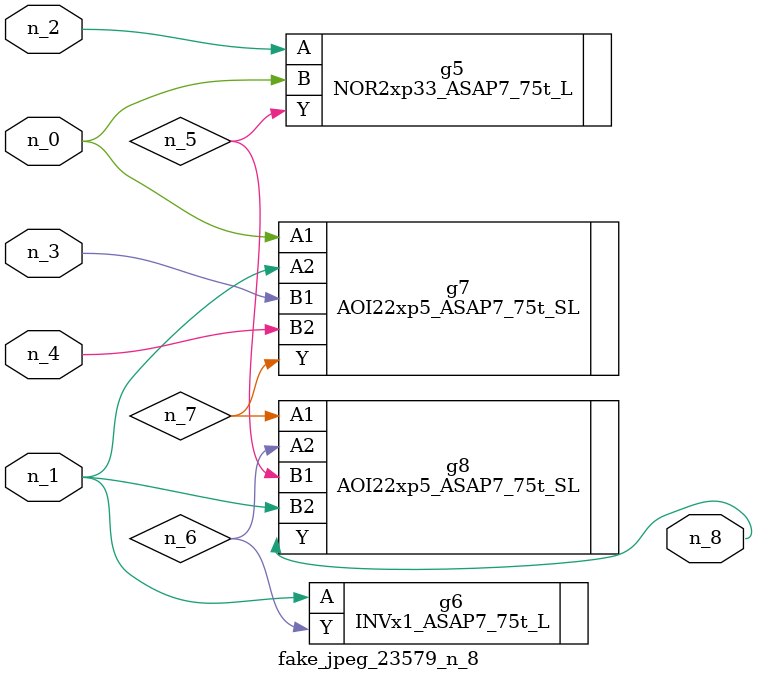
<source format=v>
module fake_jpeg_23579_n_8 (n_3, n_2, n_1, n_0, n_4, n_8);

input n_3;
input n_2;
input n_1;
input n_0;
input n_4;

output n_8;

wire n_6;
wire n_5;
wire n_7;

NOR2xp33_ASAP7_75t_L g5 ( 
.A(n_2),
.B(n_0),
.Y(n_5)
);

INVx1_ASAP7_75t_L g6 ( 
.A(n_1),
.Y(n_6)
);

AOI22xp5_ASAP7_75t_SL g7 ( 
.A1(n_0),
.A2(n_1),
.B1(n_3),
.B2(n_4),
.Y(n_7)
);

AOI22xp5_ASAP7_75t_SL g8 ( 
.A1(n_7),
.A2(n_6),
.B1(n_5),
.B2(n_1),
.Y(n_8)
);


endmodule
</source>
